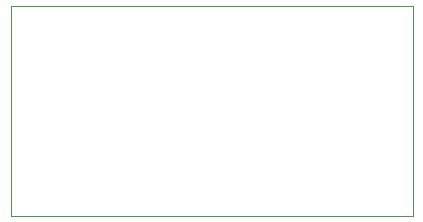
<source format=gbr>
%TF.GenerationSoftware,KiCad,Pcbnew,7.0.7*%
%TF.CreationDate,2023-08-19T23:50:35-07:00*%
%TF.ProjectId,genesis_s-video_simple,67656e65-7369-4735-9f73-2d766964656f,rev?*%
%TF.SameCoordinates,Original*%
%TF.FileFunction,Profile,NP*%
%FSLAX46Y46*%
G04 Gerber Fmt 4.6, Leading zero omitted, Abs format (unit mm)*
G04 Created by KiCad (PCBNEW 7.0.7) date 2023-08-19 23:50:35*
%MOMM*%
%LPD*%
G01*
G04 APERTURE LIST*
%TA.AperFunction,Profile*%
%ADD10C,0.100000*%
%TD*%
G04 APERTURE END LIST*
D10*
X105664000Y-76200000D02*
X139700000Y-76200000D01*
X139700000Y-93980000D01*
X105664000Y-93980000D01*
X105664000Y-76200000D01*
M02*

</source>
